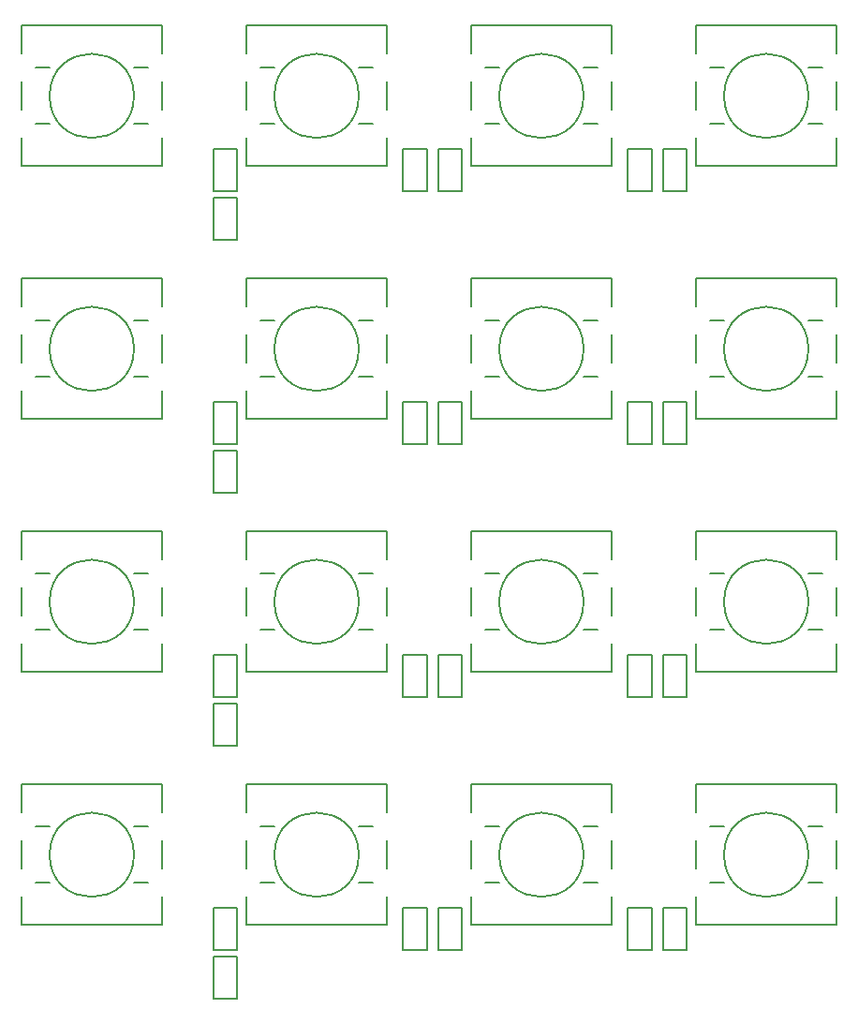
<source format=gbr>
%FSLAX34Y34*%
%MOMM*%
%LNSILK_TOP*%
G71*
G01*
%ADD10C, 0.200*%
%ADD11C, 0.150*%
%LPD*%
G54D10*
X82550Y-114300D02*
X82550Y-139700D01*
X209550Y-139700D01*
X209550Y-114300D01*
G54D10*
X82550Y-38100D02*
X82550Y-12700D01*
X209550Y-12700D01*
X209550Y-38100D01*
G54D10*
X82550Y-63500D02*
X82550Y-88900D01*
G54D10*
X209550Y-63500D02*
X209550Y-88900D01*
G54D10*
X95250Y-50800D02*
X107950Y-50800D01*
G54D10*
X184150Y-50800D02*
X196850Y-50800D01*
G54D10*
X95250Y-101600D02*
X107950Y-101600D01*
G54D10*
X184150Y-101600D02*
X196850Y-101600D01*
G54D10*
G75*
G01X184150Y-76200D02*
G03X184150Y-76200I-38100J0D01*
G01*
G54D10*
X285750Y-114300D02*
X285750Y-139700D01*
X412750Y-139700D01*
X412750Y-114300D01*
G54D10*
X285750Y-38100D02*
X285750Y-12700D01*
X412750Y-12700D01*
X412750Y-38100D01*
G54D10*
X285750Y-63500D02*
X285750Y-88900D01*
G54D10*
X412750Y-63500D02*
X412750Y-88900D01*
G54D10*
X298450Y-50800D02*
X311150Y-50800D01*
G54D10*
X387350Y-50800D02*
X400050Y-50800D01*
G54D10*
X298450Y-101600D02*
X311150Y-101600D01*
G54D10*
X387350Y-101600D02*
X400050Y-101600D01*
G54D10*
G75*
G01X387350Y-76200D02*
G03X387350Y-76200I-38100J0D01*
G01*
G54D10*
X488950Y-114300D02*
X488950Y-139700D01*
X615950Y-139700D01*
X615950Y-114300D01*
G54D10*
X488950Y-38100D02*
X488950Y-12700D01*
X615950Y-12700D01*
X615950Y-38100D01*
G54D10*
X488950Y-63500D02*
X488950Y-88900D01*
G54D10*
X615950Y-63500D02*
X615950Y-88900D01*
G54D10*
X501650Y-50800D02*
X514350Y-50800D01*
G54D10*
X590550Y-50800D02*
X603250Y-50800D01*
G54D10*
X501650Y-101600D02*
X514350Y-101600D01*
G54D10*
X590550Y-101600D02*
X603250Y-101600D01*
G54D10*
G75*
G01X590550Y-76200D02*
G03X590550Y-76200I-38100J0D01*
G01*
G54D10*
X692150Y-114300D02*
X692150Y-139700D01*
X819150Y-139700D01*
X819150Y-114300D01*
G54D10*
X692150Y-38100D02*
X692150Y-12700D01*
X819150Y-12700D01*
X819150Y-38100D01*
G54D10*
X692150Y-63500D02*
X692150Y-88900D01*
G54D10*
X819150Y-63500D02*
X819150Y-88900D01*
G54D10*
X704850Y-50800D02*
X717550Y-50800D01*
G54D10*
X793750Y-50800D02*
X806450Y-50800D01*
G54D10*
X704850Y-101600D02*
X717550Y-101600D01*
G54D10*
X793750Y-101600D02*
X806450Y-101600D01*
G54D10*
G75*
G01X793750Y-76200D02*
G03X793750Y-76200I-38100J0D01*
G01*
G54D11*
X255700Y-123850D02*
X277700Y-123850D01*
X277700Y-161850D01*
X255700Y-161850D01*
X255700Y-123850D01*
G54D11*
X458900Y-123850D02*
X480900Y-123850D01*
X480900Y-161850D01*
X458900Y-161850D01*
X458900Y-123850D01*
G54D11*
X662100Y-123850D02*
X684100Y-123850D01*
X684100Y-161850D01*
X662100Y-161850D01*
X662100Y-123850D01*
G54D11*
X255700Y-168350D02*
X277700Y-168350D01*
X277700Y-206350D01*
X255700Y-206350D01*
X255700Y-168350D01*
G54D11*
X427150Y-123850D02*
X449150Y-123850D01*
X449150Y-161850D01*
X427150Y-161850D01*
X427150Y-123850D01*
G54D11*
X630350Y-123850D02*
X652350Y-123850D01*
X652350Y-161850D01*
X630350Y-161850D01*
X630350Y-123850D01*
G54D10*
X82550Y-342900D02*
X82550Y-368300D01*
X209550Y-368300D01*
X209550Y-342900D01*
G54D10*
X82550Y-266700D02*
X82550Y-241300D01*
X209550Y-241300D01*
X209550Y-266700D01*
G54D10*
X82550Y-292100D02*
X82550Y-317500D01*
G54D10*
X209550Y-292100D02*
X209550Y-317500D01*
G54D10*
X95250Y-279400D02*
X107950Y-279400D01*
G54D10*
X184150Y-279400D02*
X196850Y-279400D01*
G54D10*
X95250Y-330200D02*
X107950Y-330200D01*
G54D10*
X184150Y-330200D02*
X196850Y-330200D01*
G54D10*
G75*
G01X184150Y-304800D02*
G03X184150Y-304800I-38100J0D01*
G01*
G54D10*
X285750Y-342900D02*
X285750Y-368300D01*
X412750Y-368300D01*
X412750Y-342900D01*
G54D10*
X285750Y-266700D02*
X285750Y-241300D01*
X412750Y-241300D01*
X412750Y-266700D01*
G54D10*
X285750Y-292100D02*
X285750Y-317500D01*
G54D10*
X412750Y-292100D02*
X412750Y-317500D01*
G54D10*
X298450Y-279400D02*
X311150Y-279400D01*
G54D10*
X387350Y-279400D02*
X400050Y-279400D01*
G54D10*
X298450Y-330200D02*
X311150Y-330200D01*
G54D10*
X387350Y-330200D02*
X400050Y-330200D01*
G54D10*
G75*
G01X387350Y-304800D02*
G03X387350Y-304800I-38100J0D01*
G01*
G54D10*
X488950Y-342900D02*
X488950Y-368300D01*
X615950Y-368300D01*
X615950Y-342900D01*
G54D10*
X488950Y-266700D02*
X488950Y-241300D01*
X615950Y-241300D01*
X615950Y-266700D01*
G54D10*
X488950Y-292100D02*
X488950Y-317500D01*
G54D10*
X615950Y-292100D02*
X615950Y-317500D01*
G54D10*
X501650Y-279400D02*
X514350Y-279400D01*
G54D10*
X590550Y-279400D02*
X603250Y-279400D01*
G54D10*
X501650Y-330200D02*
X514350Y-330200D01*
G54D10*
X590550Y-330200D02*
X603250Y-330200D01*
G54D10*
G75*
G01X590550Y-304800D02*
G03X590550Y-304800I-38100J0D01*
G01*
G54D10*
X692150Y-342900D02*
X692150Y-368300D01*
X819150Y-368300D01*
X819150Y-342900D01*
G54D10*
X692150Y-266700D02*
X692150Y-241300D01*
X819150Y-241300D01*
X819150Y-266700D01*
G54D10*
X692150Y-292100D02*
X692150Y-317500D01*
G54D10*
X819150Y-292100D02*
X819150Y-317500D01*
G54D10*
X704850Y-279400D02*
X717550Y-279400D01*
G54D10*
X793750Y-279400D02*
X806450Y-279400D01*
G54D10*
X704850Y-330200D02*
X717550Y-330200D01*
G54D10*
X793750Y-330200D02*
X806450Y-330200D01*
G54D10*
G75*
G01X793750Y-304800D02*
G03X793750Y-304800I-38100J0D01*
G01*
G54D11*
X255700Y-352450D02*
X277700Y-352450D01*
X277700Y-390450D01*
X255700Y-390450D01*
X255700Y-352450D01*
G54D11*
X458900Y-352450D02*
X480900Y-352450D01*
X480900Y-390450D01*
X458900Y-390450D01*
X458900Y-352450D01*
G54D11*
X662100Y-352450D02*
X684100Y-352450D01*
X684100Y-390450D01*
X662100Y-390450D01*
X662100Y-352450D01*
G54D11*
X255700Y-396950D02*
X277700Y-396950D01*
X277700Y-434950D01*
X255700Y-434950D01*
X255700Y-396950D01*
G54D11*
X427150Y-352450D02*
X449150Y-352450D01*
X449150Y-390450D01*
X427150Y-390450D01*
X427150Y-352450D01*
G54D11*
X630350Y-352450D02*
X652350Y-352450D01*
X652350Y-390450D01*
X630350Y-390450D01*
X630350Y-352450D01*
G54D10*
X82550Y-571500D02*
X82550Y-596900D01*
X209550Y-596900D01*
X209550Y-571500D01*
G54D10*
X82550Y-495300D02*
X82550Y-469900D01*
X209550Y-469900D01*
X209550Y-495300D01*
G54D10*
X82550Y-520700D02*
X82550Y-546100D01*
G54D10*
X209550Y-520700D02*
X209550Y-546100D01*
G54D10*
X95250Y-508000D02*
X107950Y-508000D01*
G54D10*
X184150Y-508000D02*
X196850Y-508000D01*
G54D10*
X95250Y-558800D02*
X107950Y-558800D01*
G54D10*
X184150Y-558800D02*
X196850Y-558800D01*
G54D10*
G75*
G01X184150Y-533400D02*
G03X184150Y-533400I-38100J0D01*
G01*
G54D10*
X285750Y-571500D02*
X285750Y-596900D01*
X412750Y-596900D01*
X412750Y-571500D01*
G54D10*
X285750Y-495300D02*
X285750Y-469900D01*
X412750Y-469900D01*
X412750Y-495300D01*
G54D10*
X285750Y-520700D02*
X285750Y-546100D01*
G54D10*
X412750Y-520700D02*
X412750Y-546100D01*
G54D10*
X298450Y-508000D02*
X311150Y-508000D01*
G54D10*
X387350Y-508000D02*
X400050Y-508000D01*
G54D10*
X298450Y-558800D02*
X311150Y-558800D01*
G54D10*
X387350Y-558800D02*
X400050Y-558800D01*
G54D10*
G75*
G01X387350Y-533400D02*
G03X387350Y-533400I-38100J0D01*
G01*
G54D10*
X488950Y-571500D02*
X488950Y-596900D01*
X615950Y-596900D01*
X615950Y-571500D01*
G54D10*
X488950Y-495300D02*
X488950Y-469900D01*
X615950Y-469900D01*
X615950Y-495300D01*
G54D10*
X488950Y-520700D02*
X488950Y-546100D01*
G54D10*
X615950Y-520700D02*
X615950Y-546100D01*
G54D10*
X501650Y-508000D02*
X514350Y-508000D01*
G54D10*
X590550Y-508000D02*
X603250Y-508000D01*
G54D10*
X501650Y-558800D02*
X514350Y-558800D01*
G54D10*
X590550Y-558800D02*
X603250Y-558800D01*
G54D10*
G75*
G01X590550Y-533400D02*
G03X590550Y-533400I-38100J0D01*
G01*
G54D10*
X692150Y-571500D02*
X692150Y-596900D01*
X819150Y-596900D01*
X819150Y-571500D01*
G54D10*
X692150Y-495300D02*
X692150Y-469900D01*
X819150Y-469900D01*
X819150Y-495300D01*
G54D10*
X692150Y-520700D02*
X692150Y-546100D01*
G54D10*
X819150Y-520700D02*
X819150Y-546100D01*
G54D10*
X704850Y-508000D02*
X717550Y-508000D01*
G54D10*
X793750Y-508000D02*
X806450Y-508000D01*
G54D10*
X704850Y-558800D02*
X717550Y-558800D01*
G54D10*
X793750Y-558800D02*
X806450Y-558800D01*
G54D10*
G75*
G01X793750Y-533400D02*
G03X793750Y-533400I-38100J0D01*
G01*
G54D11*
X255700Y-581050D02*
X277700Y-581050D01*
X277700Y-619050D01*
X255700Y-619050D01*
X255700Y-581050D01*
G54D11*
X458900Y-581050D02*
X480900Y-581050D01*
X480900Y-619050D01*
X458900Y-619050D01*
X458900Y-581050D01*
G54D11*
X662100Y-581050D02*
X684100Y-581050D01*
X684100Y-619050D01*
X662100Y-619050D01*
X662100Y-581050D01*
G54D11*
X255700Y-625550D02*
X277700Y-625550D01*
X277700Y-663550D01*
X255700Y-663550D01*
X255700Y-625550D01*
G54D11*
X427150Y-581050D02*
X449150Y-581050D01*
X449150Y-619050D01*
X427150Y-619050D01*
X427150Y-581050D01*
G54D11*
X630350Y-581050D02*
X652350Y-581050D01*
X652350Y-619050D01*
X630350Y-619050D01*
X630350Y-581050D01*
G54D10*
X82550Y-800100D02*
X82550Y-825500D01*
X209550Y-825500D01*
X209550Y-800100D01*
G54D10*
X82550Y-723900D02*
X82550Y-698500D01*
X209550Y-698500D01*
X209550Y-723900D01*
G54D10*
X82550Y-749300D02*
X82550Y-774700D01*
G54D10*
X209550Y-749300D02*
X209550Y-774700D01*
G54D10*
X95250Y-736600D02*
X107950Y-736600D01*
G54D10*
X184150Y-736600D02*
X196850Y-736600D01*
G54D10*
X95250Y-787400D02*
X107950Y-787400D01*
G54D10*
X184150Y-787400D02*
X196850Y-787400D01*
G54D10*
G75*
G01X184150Y-762000D02*
G03X184150Y-762000I-38100J0D01*
G01*
G54D10*
X285750Y-800100D02*
X285750Y-825500D01*
X412750Y-825500D01*
X412750Y-800100D01*
G54D10*
X285750Y-723900D02*
X285750Y-698500D01*
X412750Y-698500D01*
X412750Y-723900D01*
G54D10*
X285750Y-749300D02*
X285750Y-774700D01*
G54D10*
X412750Y-749300D02*
X412750Y-774700D01*
G54D10*
X298450Y-736600D02*
X311150Y-736600D01*
G54D10*
X387350Y-736600D02*
X400050Y-736600D01*
G54D10*
X298450Y-787400D02*
X311150Y-787400D01*
G54D10*
X387350Y-787400D02*
X400050Y-787400D01*
G54D10*
G75*
G01X387350Y-762000D02*
G03X387350Y-762000I-38100J0D01*
G01*
G54D10*
X488950Y-800100D02*
X488950Y-825500D01*
X615950Y-825500D01*
X615950Y-800100D01*
G54D10*
X488950Y-723900D02*
X488950Y-698500D01*
X615950Y-698500D01*
X615950Y-723900D01*
G54D10*
X488950Y-749300D02*
X488950Y-774700D01*
G54D10*
X615950Y-749300D02*
X615950Y-774700D01*
G54D10*
X501650Y-736600D02*
X514350Y-736600D01*
G54D10*
X590550Y-736600D02*
X603250Y-736600D01*
G54D10*
X501650Y-787400D02*
X514350Y-787400D01*
G54D10*
X590550Y-787400D02*
X603250Y-787400D01*
G54D10*
G75*
G01X590550Y-762000D02*
G03X590550Y-762000I-38100J0D01*
G01*
G54D10*
X692150Y-800100D02*
X692150Y-825500D01*
X819150Y-825500D01*
X819150Y-800100D01*
G54D10*
X692150Y-723900D02*
X692150Y-698500D01*
X819150Y-698500D01*
X819150Y-723900D01*
G54D10*
X692150Y-749300D02*
X692150Y-774700D01*
G54D10*
X819150Y-749300D02*
X819150Y-774700D01*
G54D10*
X704850Y-736600D02*
X717550Y-736600D01*
G54D10*
X793750Y-736600D02*
X806450Y-736600D01*
G54D10*
X704850Y-787400D02*
X717550Y-787400D01*
G54D10*
X793750Y-787400D02*
X806450Y-787400D01*
G54D10*
G75*
G01X793750Y-762000D02*
G03X793750Y-762000I-38100J0D01*
G01*
G54D11*
X255700Y-809650D02*
X277700Y-809650D01*
X277700Y-847650D01*
X255700Y-847650D01*
X255700Y-809650D01*
G54D11*
X458900Y-809650D02*
X480900Y-809650D01*
X480900Y-847650D01*
X458900Y-847650D01*
X458900Y-809650D01*
G54D11*
X662100Y-809650D02*
X684100Y-809650D01*
X684100Y-847650D01*
X662100Y-847650D01*
X662100Y-809650D01*
G54D11*
X255700Y-854150D02*
X277700Y-854150D01*
X277700Y-892150D01*
X255700Y-892150D01*
X255700Y-854150D01*
G54D11*
X427150Y-809650D02*
X449150Y-809650D01*
X449150Y-847650D01*
X427150Y-847650D01*
X427150Y-809650D01*
G54D11*
X630350Y-809650D02*
X652350Y-809650D01*
X652350Y-847650D01*
X630350Y-847650D01*
X630350Y-809650D01*
M02*

</source>
